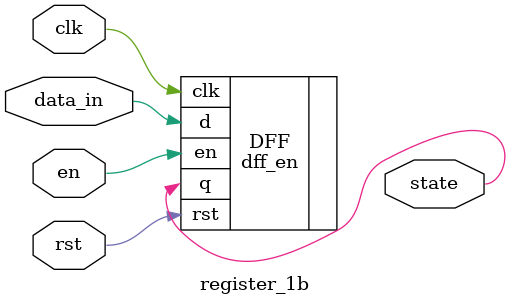
<source format=v>
module register_1b(en, clk, rst, state, data_in);
input clk, rst, en;
input data_in;
output state;

dff_en DFF(.en(en), .clk(clk), .rst(rst), .d(data_in), .q(state));

endmodule
</source>
